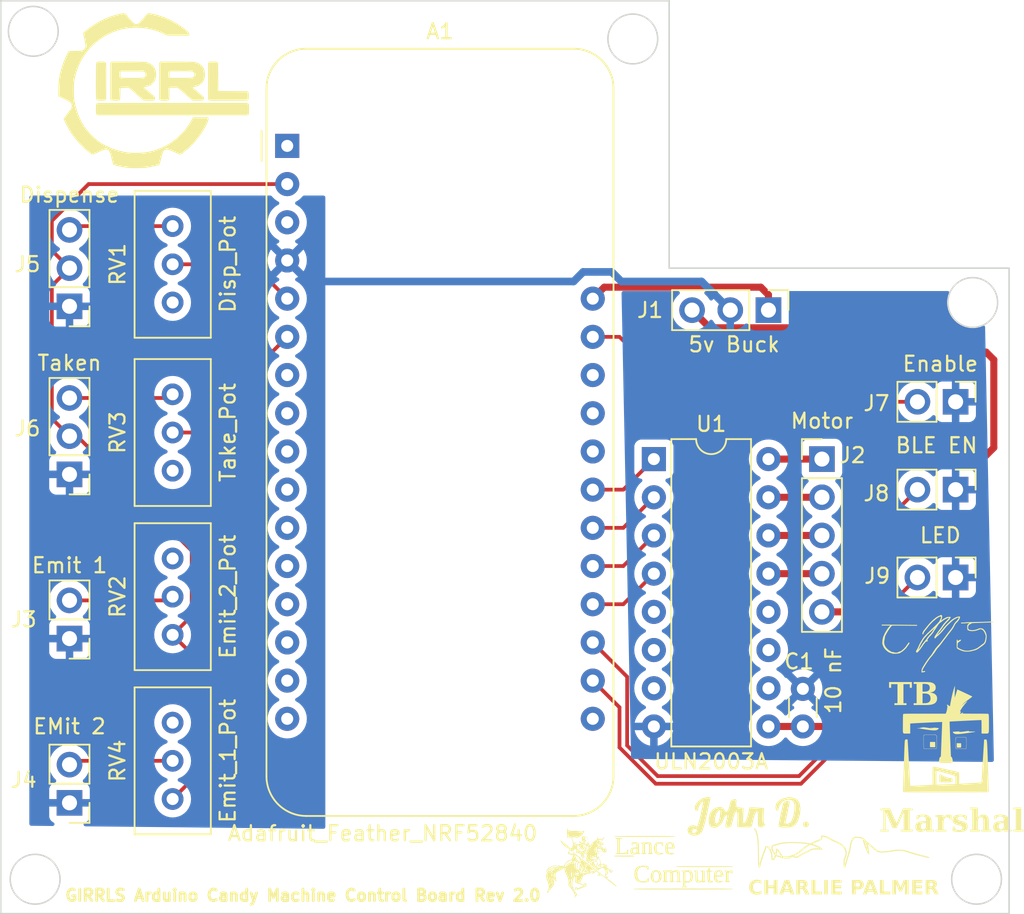
<source format=kicad_pcb>
(kicad_pcb (version 20221018) (generator pcbnew)
  (layers (0 "F.Cu" signal) (31 "B.Cu" signal) (34 "B.Paste" user) (35 "F.Paste" user) (36 "B.SilkS" user "B.Silkscreen") (37 "F.SilkS" user "F.Silkscreen") (38 "B.Mask" user) (39 "F.Mask" user) (44 "Edge.Cuts" user))
  (net 0 "")
  (net 2 "+3V3")
  (net 14 "A0")
  (net 15 "A1")
  (net 16 "D1")
  (net 17 "D9")
  (net 20 "SLC")
  (net 21 "D4")
  (net 22 "Net-(A1-VBAT)")
  (net 24 "Net-(J2-Pin_2)")
  (net 25 "Net-(J2-Pin_3)")
  (net 26 "Net-(J2-Pin_4)")
  (net 27 "Net-(J2-Pin_1)")
  (net 28 "Net-(J3-Pin_2)")
  (net 29 "Net-(J4-Pin_2)")
  (net 30 "Net-(J5-Pin_3)")
  (net 37 "GND")
  (net 38 "Net-(J6-Pin_3)")
  (net 39 "D3")
  (net 40 "D0")
  (net 45 "Net-(J1-Pin_3)")
  (net 47 "Net-(A1-EN)")
  (footprint "Potentiometer_THT:Potentiometer_Bourns_3296W_Vertical" (layer "F.Cu") (at 124.083878 92.975142 90)
    (fp_text reference "RV3" (at -2.54 -3.66 90) (layer "F.SilkS"))
    (fp_text value "Take_Pot" (at -2.54 3.67 90) (layer "F.SilkS"))
    (pad "1" thru_hole circle (at 0 0 90) (size 1.44 1.44) (drill 0.8) (layers "*.Cu" "*.Mask") (net 38 "Net-(J6-Pin_3)"))
    (pad "2" thru_hole circle (at -2.54 0 90) (size 1.44 1.44) (drill 0.8) (layers "*.Cu" "*.Mask") (net 15 "A1"))
    (pad "3" thru_hole circle (at -5.08 0 90) (size 1.44 1.44) (drill 0.8) (layers "*.Cu" "*.Mask"))
  )
  (footprint "Connector_PinHeader_2.54mm:PinHeader_1x02_P2.54mm_Vertical" (layer "F.Cu") (at 117.225878 120.142 180)
    (fp_text reference "J4" (at 3.048 1.524 180) (layer "F.SilkS"))
    (fp_text value "EMit 2" (at 0 5.08 180) (layer "F.SilkS"))
    (pad "1" thru_hole rect (at 0 0 180) (size 1.7 1.7) (drill 1) (layers "*.Cu" "*.Mask") (net 37 "GND"))
    (pad "2" thru_hole oval (at 0 2.54 180) (size 1.7 1.7) (drill 1) (layers "*.Cu" "*.Mask") (net 29 "Net-(J4-Pin_2)"))
  )
  (footprint "Connector_PinHeader_2.54mm:PinHeader_1x02_P2.54mm_Vertical" (layer "F.Cu") (at 176.153878 99.314 -90)
    (fp_text reference "J8" (at 0.254 5.262678) (layer "F.SilkS"))
    (fp_text value "BLE EN" (at -2.943 1.27) (layer "F.SilkS"))
    (pad "1" thru_hole rect (at 0 0 270) (size 1.7 1.7) (drill 1) (layers "*.Cu" "*.Mask") (net 37 "GND"))
    (pad "2" thru_hole oval (at 0 2.54 270) (size 1.7 1.7) (drill 1) (layers "*.Cu" "*.Mask") (net 40 "D0"))
  )
  (footprint "LOGO" (layer "F.Cu") (at 175.514 115.951)
    (fp_text reference "G***" hide)
    (fp_text value "LOGO" hide)
  )
  (footprint "Connector_PinHeader_2.54mm:PinHeader_1x02_P2.54mm_Vertical" (layer "F.Cu") (at 117.225878 109.22 180)
    (fp_text reference "J3" (at 3.048 1.27 180) (layer "F.SilkS"))
    (fp_text value "Emit 1" (at 0 4.87 180) (layer "F.SilkS"))
    (pad "1" thru_hole rect (at 0 0 180) (size 1.7 1.7) (drill 1) (layers "*.Cu" "*.Mask") (net 37 "GND"))
    (pad "2" thru_hole oval (at 0 2.54 180) (size 1.7 1.7) (drill 1) (layers "*.Cu" "*.Mask") (net 28 "Net-(J3-Pin_2)"))
  )
  (footprint "Potentiometer_THT:Potentiometer_Bourns_3296W_Vertical" (layer "F.Cu") (at 124.083878 114.808 90)
    (fp_text reference "RV4" (at -2.54 -3.66 90) (layer "F.SilkS"))
    (fp_text value "Emit_1_Pot" (at -2.54 3.67 90) (layer "F.SilkS"))
    (pad "1" thru_hole circle (at 0 0 90) (size 1.44 1.44) (drill 0.8) (layers "*.Cu" "*.Mask"))
    (pad "2" thru_hole circle (at -2.54 0 90) (size 1.44 1.44) (drill 0.8) (layers "*.Cu" "*.Mask") (net 29 "Net-(J4-Pin_2)"))
    (pad "3" thru_hole circle (at -5.08 0 90) (size 1.44 1.44) (drill 0.8) (layers "*.Cu" "*.Mask") (net 2 "+3V3"))
  )
  (footprint "Connector_PinHeader_2.54mm:PinHeader_1x02_P2.54mm_Vertical" (layer "F.Cu") (at 176.153878 93.472 -90)
    (fp_text reference "J7" (at 0.1016 5.262678) (layer "F.SilkS"))
    (fp_text value "Enable" (at -2.52 1.016) (layer "F.SilkS"))
    (pad "1" thru_hole rect (at 0 0 270) (size 1.7 1.7) (drill 1) (layers "*.Cu" "*.Mask") (net 37 "GND"))
    (pad "2" thru_hole oval (at 0 2.54 270) (size 1.7 1.7) (drill 1) (layers "*.Cu" "*.Mask") (net 47 "Net-(A1-EN)"))
  )
  (footprint "Module:Adafruit_Feather" (layer "F.Cu") (at 131.703878 76.454)
    (fp_text reference "A1" (at 10.16 -7.62) (layer "F.SilkS"))
    (fp_text value "Adafruit_Feather_NRF52840" (at 6.345122 45.72 180) (layer "F.SilkS"))
    (pad "1" thru_hole rect (at 0 0 180) (size 1.6 1.6) (drill 0.8) (layers "*.Cu" "*.Mask"))
    (pad "2" thru_hole circle (at 0 2.54 180) (size 1.6 1.6) (drill 0.8) (layers "*.Cu" "*.Mask") (net 2 "+3V3"))
    (pad "3" thru_hole circle (at 0 5.08 180) (size 1.6 1.6) (drill 0.8) (layers "*.Cu" "*.Mask"))
    (pad "4" thru_hole circle (at 0 7.62 180) (size 1.6 1.6) (drill 0.8) (layers "*.Cu" "*.Mask") (net 37 "GND"))
    (pad "5" thru_hole circle (at 0 10.16 180) (size 1.6 1.6) (drill 0.8) (layers "*.Cu" "*.Mask") (net 14 "A0"))
    (pad "6" thru_hole circle (at 0 12.7 180) (size 1.6 1.6) (drill 0.8) (layers "*.Cu" "*.Mask") (net 15 "A1"))
    (pad "7" thru_hole circle (at 0 15.24 180) (size 1.6 1.6) (drill 0.8) (layers "*.Cu" "*.Mask"))
    (pad "8" thru_hole circle (at 0 17.78 180) (size 1.6 1.6) (drill 0.8) (layers "*.Cu" "*.Mask"))
    (pad "9" thru_hole circle (at 0 20.32 180) (size 1.6 1.6) (drill 0.8) (layers "*.Cu" "*.Mask"))
    (pad "10" thru_hole circle (at 0 22.86 180) (size 1.6 1.6) (drill 0.8) (layers "*.Cu" "*.Mask"))
    (pad "11" thru_hole circle (at 0 25.4 180) (size 1.6 1.6) (drill 0.8) (layers "*.Cu" "*.Mask"))
    (pad "12" thru_hole circle (at 0 27.94 180) (size 1.6 1.6) (drill 0.8) (layers "*.Cu" "*.Mask"))
    (pad "13" thru_hole circle (at 0 30.48 180) (size 1.6 1.6) (drill 0.8) (layers "*.Cu" "*.Mask"))
    (pad "14" thru_hole circle (at 0 33.02 180) (size 1.6 1.6) (drill 0.8) (layers "*.Cu" "*.Mask"))
    (pad "15" thru_hole circle (at 0 35.56 180) (size 1.6 1.6) (drill 0.8) (layers "*.Cu" "*.Mask"))
    (pad "16" thru_hole circle (at 0 38.1 180) (size 1.6 1.6) (drill 0.8) (layers "*.Cu" "*.Mask"))
    (pad "17" thru_hole circle (at 20.32 38.1 180) (size 1.6 1.6) (drill 0.8) (layers "*.Cu" "*.Mask"))
    (pad "18" thru_hole circle (at 20.32 35.56 180) (size 1.6 1.6) (drill 0.8) (layers "*.Cu" "*.Mask") (net 20 "SLC"))
    (pad "19" thru_hole circle (at 20.32 33.02 180) (size 1.6 1.6) (drill 0.8) (layers "*.Cu" "*.Mask") (net 40 "D0"))
    (pad "20" thru_hole circle (at 20.32 30.48 180) (size 1.6 1.6) (drill 0.8) (layers "*.Cu" "*.Mask") (net 16 "D1"))
    (pad "21" thru_hole circle (at 20.32 27.94 180) (size 1.6 1.6) (drill 0.8) (layers "*.Cu" "*.Mask") (net 17 "D9"))
    (pad "22" thru_hole circle (at 20.32 25.4 180) (size 1.6 1.6) (drill 0.8) (layers "*.Cu" "*.Mask") (net 39 "D3"))
    (pad "23" thru_hole circle (at 20.32 22.86 180) (size 1.6 1.6) (drill 0.8) (layers "*.Cu" "*.Mask") (net 21 "D4"))
    (pad "24" thru_hole circle (at 20.32 20.32 180) (size 1.6 1.6) (drill 0.8) (layers "*.Cu" "*.Mask"))
    (pad "25" thru_hole circle (at 20.32 17.78 180) (size 1.6 1.6) (drill 0.8) (layers "*.Cu" "*.Mask"))
    (pad "26" thru_hole circle (at 20.32 15.24 180) (size 1.6 1.6) (drill 0.8) (layers "*.Cu" "*.Mask"))
    (pad "27" thru_hole circle (at 20.32 12.7 180) (size 1.6 1.6) (drill 0.8) (layers "*.Cu" "*.Mask") (net 47 "Net-(A1-EN)"))
    (pad "28" thru_hole circle (at 20.32 10.16 180) (size 1.6 1.6) (drill 0.8) (layers "*.Cu" "*.Mask") (net 22 "Net-(A1-VBAT)"))
  )
  (footprint "LOGO" (layer "F.Cu") (at 122.809 72.771)
    (fp_text reference "G***" hide)
    (fp_text value "LOGO" hide)
  )
  (footprint "LOGO" (layer "F.Cu") (at 168.529 122.936)
    (fp_text reference "G***" hide)
    (fp_text value "LOGO" hide)
  )
  (footprint "Potentiometer_THT:Potentiometer_Bourns_3296W_Vertical" (layer "F.Cu") (at 124.083878 81.788 90)
    (fp_text reference "RV1" (at -2.54 -3.66 90) (layer "F.SilkS"))
    (fp_text value "Disp_Pot" (at -2.54 3.67 90) (layer "F.SilkS"))
    (pad "1" thru_hole circle (at 0 0 90) (size 1.44 1.44) (drill 0.8) (layers "*.Cu" "*.Mask") (net 30 "Net-(J5-Pin_3)"))
    (pad "2" thru_hole circle (at -2.54 0 90) (size 1.44 1.44) (drill 0.8) (layers "*.Cu" "*.Mask") (net 14 "A0"))
    (pad "3" thru_hole circle (at -5.08 0 90) (size 1.44 1.44) (drill 0.8) (layers "*.Cu" "*.Mask"))
  )
  (footprint "Capacitor_THT:C_Disc_D3.0mm_W1.6mm_P2.50mm" (layer "F.Cu") (at 165.993878 115.062 90)
    (fp_text reference "C1" (at 4.318 -0.254 180) (layer "F.SilkS"))
    (fp_text value "10 nF" (at 3.048 2.032 90) (layer "F.SilkS"))
    (pad "1" thru_hole circle (at 0 0 90) (size 1.6 1.6) (drill 0.8) (layers "*.Cu" "*.Mask") (net 45 "Net-(J1-Pin_3)"))
    (pad "2" thru_hole circle (at 2.5 0 90) (size 1.6 1.6) (drill 0.8) (layers "*.Cu" "*.Mask") (net 37 "GND"))
  )
  (footprint "Connector_PinHeader_2.54mm:PinHeader_1x05_P2.54mm_Vertical" (layer "F.Cu") (at 167.263878 97.282)
    (fp_text reference "J2" (at 2.032 -0.254) (layer "F.SilkS"))
    (fp_text value "Motor" (at 0 -2.54) (layer "F.SilkS"))
    (pad "1" thru_hole rect (at 0 0) (size 1.7 1.7) (drill 1) (layers "*.Cu" "*.Mask") (net 27 "Net-(J2-Pin_1)"))
    (pad "2" thru_hole oval (at 0 2.54) (size 1.7 1.7) (drill 1) (layers "*.Cu" "*.Mask") (net 24 "Net-(J2-Pin_2)"))
    (pad "3" thru_hole oval (at 0 5.08) (size 1.7 1.7) (drill 1) (layers "*.Cu" "*.Mask") (net 25 "Net-(J2-Pin_3)"))
    (pad "4" thru_hole oval (at 0 7.62) (size 1.7 1.7) (drill 1) (layers "*.Cu" "*.Mask") (net 26 "Net-(J2-Pin_4)"))
    (pad "5" thru_hole oval (at 0 10.16) (size 1.7 1.7) (drill 1) (layers "*.Cu" "*.Mask") (net 45 "Net-(J1-Pin_3)"))
  )
  (footprint "LOGO" (layer "F.Cu") (at 162.179 121.031)
    (fp_text reference "G***" hide)
    (fp_text value "LOGO" hide)
  )
  (footprint "Package_DIP:DIP-16_W7.62mm" (layer "F.Cu") (at 156.087878 97.282)
    (fp_text reference "U1" (at 3.81 -2.33) (layer "F.SilkS"))
    (fp_text value "ULN2003A" (at 3.81 20.11) (layer "F.SilkS"))
    (pad "1" thru_hole rect (at 0 0) (size 1.6 1.6) (drill 0.8) (layers "*.Cu" "*.Mask") (net 21 "D4"))
    (pad "2" thru_hole oval (at 0 2.54) (size 1.6 1.6) (drill 0.8) (layers "*.Cu" "*.Mask") (net 39 "D3"))
    (pad "3" thru_hole oval (at 0 5.08) (size 1.6 1.6) (drill 0.8) (layers "*.Cu" "*.Mask") (net 17 "D9"))
    (pad "4" thru_hole oval (at 0 7.62) (size 1.6 1.6) (drill 0.8) (layers "*.Cu" "*.Mask") (net 16 "D1"))
    (pad "5" thru_hole oval (at 0 10.16) (size 1.6 1.6) (drill 0.8) (layers "*.Cu" "*.Mask"))
    (pad "6" thru_hole oval (at 0 12.7) (size 1.6 1.6) (drill 0.8) (layers "*.Cu" "*.Mask"))
    (pad "7" thru_hole oval (at 0 15.24) (size 1.6 1.6) (drill 0.8) (layers "*.Cu" "*.Mask"))
    (pad "8" thru_hole oval (at 0 17.78) (size 1.6 1.6) (drill 0.8) (layers "*.Cu" "*.Mask") (net 37 "GND"))
    (pad "9" thru_hole oval (at 7.62 17.78) (size 1.6 1.6) (drill 0.8) (layers "*.Cu" "*.Mask") (net 45 "Net-(J1-Pin_3)"))
    (pad "10" thru_hole oval (at 7.62 15.24) (size 1.6 1.6) (drill 0.8) (layers "*.Cu" "*.Mask"))
    (pad "11" thru_hole oval (at 7.62 12.7) (size 1.6 1.6) (drill 0.8) (layers "*.Cu" "*.Mask"))
    (pad "12" thru_hole oval (at 7.62 10.16) (size 1.6 1.6) (drill 0.8) (layers "*.Cu" "*.Mask"))
    (pad "13" thru_hole oval (at 7.62 7.62) (size 1.6 1.6) (drill 0.8) (layers "*.Cu" "*.Mask") (net 26 "Net-(J2-Pin_4)"))
    (pad "14" thru_hole oval (at 7.62 5.08) (size 1.6 1.6) (drill 0.8) (layers "*.Cu" "*.Mask") (net 25 "Net-(J2-Pin_3)"))
    (pad "15" thru_hole oval (at 7.62 2.54) (size 1.6 1.6) (drill 0.8) (layers "*.Cu" "*.Mask") (net 24 "Net-(J2-Pin_2)"))
    (pad "16" thru_hole oval (at 7.62 0) (size 1.6 1.6) (drill 0.8) (layers "*.Cu" "*.Mask") (net 27 "Net-(J2-Pin_1)"))
  )
  (footprint "Connector_PinHeader_2.54mm:PinHeader_1x03_P2.54mm_Vertical" (layer "F.Cu") (at 117.225878 98.298 180)
    (fp_text reference "J6" (at 2.794 3.048 180) (layer "F.SilkS"))
    (fp_text value "Taken" (at 0 7.41 180) (layer "F.SilkS"))
    (pad "1" thru_hole rect (at 0 0 180) (size 1.7 1.7) (drill 1) (layers "*.Cu" "*.Mask") (net 37 "GND"))
    (pad "2" thru_hole oval (at 0 2.54 180) (size 1.7 1.7) (drill 1) (layers "*.Cu" "*.Mask") (net 2 "+3V3"))
    (pad "3" thru_hole oval (at 0 5.08 180) (size 1.7 1.7) (drill 1) (layers "*.Cu" "*.Mask") (net 38 "Net-(J6-Pin_3)"))
  )
  (footprint "Connector_PinHeader_2.54mm:PinHeader_1x03_P2.54mm_Vertical" (layer "F.Cu") (at 163.707878 87.376 -90)
    (fp_text reference "J1" (at 0 7.874) (layer "F.SilkS"))
    (fp_text value "5v Buck" (at 2.286 2.286) (layer "F.SilkS"))
    (pad "1" thru_hole rect (at 0 0 270) (size 1.7 1.7) (drill 1) (layers "*.Cu" "*.Mask") (net 22 "Net-(A1-VBAT)"))
    (pad "2" thru_hole oval (at 0 2.54 270) (size 1.7 1.7) (drill 1) (layers "*.Cu" "*.Mask") (net 37 "GND"))
    (pad "3" thru_hole oval (at 0 5.08 270) (size 1.7 1.7) (drill 1) (layers "*.Cu" "*.Mask") (net 45 "Net-(J1-Pin_3)"))
  )
  (footprint "LOGO" (layer "F.Cu") (at 175.26 109.728)
    (fp_text reference "G***" hide)
    (fp_text value "LOGO" hide)
  )
  (footprint "LOGO" (layer "F.Cu") (at 155.194 124.206)
    (fp_text reference "G***" hide)
    (fp_text value "LOGO" hide)
  )
  (footprint "Connector_PinHeader_2.54mm:PinHeader_1x03_P2.54mm_Vertical" (layer "F.Cu") (at 117.225878 87.122 180)
    (fp_text reference "J5" (at 2.794 2.794 180) (layer "F.SilkS"))
    (fp_text value "Dispense" (at 0 7.41 180) (layer "F.SilkS"))
    (pad "1" thru_hole rect (at 0 0 180) (size 1.7 1.7) (drill 1) (layers "*.Cu" "*.Mask") (net 37 "GND"))
    (pad "2" thru_hole oval (at 0 2.54 180) (size 1.7 1.7) (drill 1) (layers "*.Cu" "*.Mask") (net 2 "+3V3"))
    (pad "3" thru_hole oval (at 0 5.08 180) (size 1.7 1.7) (drill 1) (layers "*.Cu" "*.Mask") (net 30 "Net-(J5-Pin_3)"))
  )
  (footprint "Connector_PinHeader_2.54mm:PinHeader_1x02_P2.54mm_Vertical" (layer "F.Cu") (at 176.153878 105.156 -90)
    (fp_text reference "J9" (at -0.1016 5.211878) (layer "F.SilkS"))
    (fp_text value "LED" (at -2.799 1.016) (layer "F.SilkS"))
    (pad "1" thru_hole rect (at 0 0 270) (size 1.7 1.7) (drill 1) (layers "*.Cu" "*.Mask") (net 37 "GND"))
    (pad "2" thru_hole oval (at 0 2.54 270) (size 1.7 1.7) (drill 1) (layers "*.Cu" "*.Mask") (net 20 "SLC"))
  )
  (footprint "Potentiometer_THT:Potentiometer_Bourns_3296W_Vertical" (layer "F.Cu") (at 124.083878 103.89157 90)
    (fp_text reference "RV2" (at -2.54 -3.66 90) (layer "F.SilkS"))
    (fp_text value "Emit_2_Pot" (at -2.54 3.67 90) (layer "F.SilkS"))
    (pad "1" thru_hole circle (at 0 0 90) (size 1.44 1.44) (drill 0.8) (layers "*.Cu" "*.Mask"))
    (pad "2" thru_hole circle (at -2.54 0 90) (size 1.44 1.44) (drill 0.8) (layers "*.Cu" "*.Mask") (net 28 "Net-(J3-Pin_2)"))
    (pad "3" thru_hole circle (at -5.08 0 90) (size 1.44 1.44) (drill 0.8) (layers "*.Cu" "*.Mask") (net 2 "+3V3"))
  )
  (gr_line (start 157.103878 84.582) (end 179.709878 84.582) (stroke (width 0.1)) (layer "Edge.Cuts"))
  (gr_line (start 112.653878 66.802) (end 157.103878 66.802) (stroke (width 0.1)) (layer "Edge.Cuts"))
  (gr_line (start 112.653878 127.508) (end 112.653878 66.802) (stroke (width 0.1)) (layer "Edge.Cuts"))
  (gr_line (start 179.709878 84.582) (end 179.709878 127.508) (stroke (width 0.1)) (layer "Edge.Cuts"))
  (gr_line (start 179.709878 127.508) (end 112.653878 127.508) (stroke (width 0.1)) (layer "Edge.Cuts"))
  (gr_circle (center 177.292 86.868) (end 178.947878 86.868) (stroke (width 0.1)) (fill none) (layer "Edge.Cuts"))
  (gr_line (start 157.103878 66.802) (end 157.103878 84.582) (stroke (width 0.1)) (layer "Edge.Cuts"))
  (gr_circle (center 114.817756 68.834) (end 116.473634 68.834) (stroke (width 0.1)) (fill none) (layer "Edge.Cuts"))
  (gr_circle (center 177.546 125.222) (end 179.201878 125.222) (stroke (width 0.1)) (fill none) (layer "Edge.Cuts"))
  (gr_circle (center 114.939878 125.222) (end 116.595756 125.222) (stroke (width 0.1)) (fill none) (layer "Edge.Cuts"))
  (gr_circle (center 154.686 69.342) (end 156.341878 69.342) (stroke (width 0.1)) (fill none) (layer "Edge.Cuts"))
  (gr_text "CHARLIE PALMER" (at 162.3568 126.3904) (layer "F.SilkS") (effects (font (size 0.9398 0.9398) (thickness 0.127) bold) (justify left bottom)))
  (gr_text "Marshal" (at 171.069 122.301) (layer "F.SilkS") (effects (font (size 1.5 1.5) (thickness 0.3) bold) (justify left bottom)))
  (gr_text "TB" (at 171.704 113.8936) (layer "F.SilkS") (effects (font (size 1.5 1.5) (thickness 0.3) bold) (justify left bottom)))
  (gr_text "GIRRLS Arduino Candy Machine Control Board Rev 2.0" (at 116.84 126.746) (layer "F.SilkS") (effects (font (size 0.762 0.762) (thickness 0.1905) bold) (justify left bottom)))
  (segment (start 125.353878 103.378) (end 125.353878 107.70157) (width 0.25) (layer "F.Cu") (net 2))
  (segment (start 116.050878 85.757) (end 117.225878 84.582) (width 0.25) (layer "F.Cu") (net 2))
  (segment (start 117.225878 84.582) (end 116.050878 83.407) (width 0.25) (layer "F.Cu") (net 2))
  (segment (start 125.353878 107.70157) (end 124.083878 108.97157) (width 0.25) (layer "F.Cu") (net 2))
  (segment (start 124.083878 119.888) (end 125.607878 118.364) (width 0.25) (layer "F.Cu") (net 2))
  (segment (start 116.050878 94.583) (end 116.050878 85.757) (width 0.25) (layer "F.Cu") (net 2))
  (segment (start 117.225878 95.758) (end 117.733878 95.758) (width 0.25) (layer "F.Cu") (net 2))
  (segment (start 117.733878 95.758) (end 125.353878 103.378) (width 0.25) (layer "F.Cu") (net 2))
  (segment (start 125.607878 118.364) (end 125.607878 110.49557) (width 0.25) (layer "F.Cu") (net 2))
  (segment (start 116.050878 83.407) (end 116.050878 81.439) (width 0.25) (layer "F.Cu") (net 2))
  (segment (start 118.495878 78.994) (end 131.703878 78.994) (width 0.25) (layer "F.Cu") (net 2))
  (segment (start 125.607878 110.49557) (end 124.083878 108.97157) (width 0.25) (layer "F.Cu") (net 2))
  (segment (start 116.050878 81.439) (end 118.495878 78.994) (width 0.25) (layer "F.Cu") (net 2))
  (segment (start 117.225878 95.758) (end 116.050878 94.583) (width 0.25) (layer "F.Cu") (net 2))
  (segment (start 129.417878 84.328) (end 131.703878 86.614) (width 0.25) (layer "F.Cu") (net 14))
  (segment (start 124.083878 84.328) (end 129.417878 84.328) (width 0.25) (layer "F.Cu") (net 14))
  (segment (start 125.342736 95.515142) (end 131.703878 89.154) (width 0.25) (layer "F.Cu") (net 15))
  (segment (start 124.083878 95.515142) (end 125.342736 95.515142) (width 0.25) (layer "F.Cu") (net 15))
  (segment (start 152.023878 106.934) (end 154.055878 106.934) (width 0.25) (layer "F.Cu") (net 16))
  (segment (start 154.055878 106.934) (end 156.087878 104.902) (width 0.25) (layer "F.Cu") (net 16))
  (segment (start 152.023878 104.394) (end 154.055878 104.394) (width 0.25) (layer "F.Cu") (net 17))
  (segment (start 154.055878 104.394) (end 156.087878 102.362) (width 0.25) (layer "F.Cu") (net 17))
  (segment (start 170.761878 108.008) (end 173.613878 105.156) (width 0.25) (layer "F.Cu") (net 20))
  (segment (start 165.868274 118.872) (end 170.761878 113.978396) (width 0.25) (layer "F.Cu") (net 20))
  (segment (start 152.023878 112.014) (end 153.801878 113.792) (width 0.25) (layer "F.Cu") (net 20))
  (segment (start 153.801878 113.792) (end 153.801878 116.460396) (width 0.25) (layer "F.Cu") (net 20))
  (segment (start 156.213482 118.872) (end 165.868274 118.872) (width 0.25) (layer "F.Cu") (net 20))
  (segment (start 170.761878 113.978396) (end 170.761878 108.008) (width 0.25) (layer "F.Cu") (net 20))
  (segment (start 153.801878 116.460396) (end 156.213482 118.872) (width 0.25) (layer "F.Cu") (net 20))
  (segment (start 152.023878 99.314) (end 154.055878 99.314) (width 0.25) (layer "F.Cu") (net 21))
  (segment (start 154.055878 99.314) (end 156.087878 97.282) (width 0.25) (layer "F.Cu") (net 21))
  (segment (start 163.707878 86.36) (end 163.199878 85.852) (width 0.4699) (layer "F.Cu") (net 22))
  (segment (start 163.707878 87.376) (end 163.707878 86.36) (width 0.4699) (layer "F.Cu") (net 22))
  (segment (start 163.199878 85.852) (end 152.785878 85.852) (width 0.4699) (layer "F.Cu") (net 22))
  (segment (start 152.785878 85.852) (end 152.023878 86.614) (width 0.4699) (layer "F.Cu") (net 22))
  (segment (start 163.707878 99.822) (end 167.263878 99.822) (width 0.4699) (layer "F.Cu") (net 24))
  (segment (start 163.707878 102.362) (end 167.263878 102.362) (width 0.4699) (layer "F.Cu") (net 25))
  (segment (start 163.707878 104.902) (end 167.263878 104.902) (width 0.4699) (layer "F.Cu") (net 26))
  (segment (start 163.707878 97.282) (end 167.263878 97.282) (width 0.4699) (layer "F.Cu") (net 27))
  (segment (start 117.225878 106.68) (end 123.835448 106.68) (width 0.25) (layer "F.Cu") (net 28))
  (segment (start 123.835448 106.68) (end 124.083878 106.43157) (width 0.25) (layer "F.Cu") (net 28))
  (segment (start 124.083878 117.348) (end 117.479878 117.348) (width 0.25) (layer "F.Cu") (net 29))
  (segment (start 117.479878 117.348) (end 117.225878 117.602) (width 0.25) (layer "F.Cu") (net 29))
  (segment (start 124.083878 81.788) (end 117.479878 81.788) (width 0.25) (layer "F.Cu") (net 30))
  (segment (start 117.479878 81.788) (end 117.225878 82.042) (width 0.25) (layer "F.Cu") (net 30))
  (segment (start 161.167878 87.376) (end 159.262878 85.471) (width 0.508) (layer "B.Cu") (net 37))
  (segment (start 159.262878 85.471) (end 153.924 85.471) (width 0.508) (layer "B.Cu") (net 37))
  (segment (start 133.100878 85.471) (end 131.703878 84.074) (width 0.508) (layer "B.Cu") (net 37))
  (segment (start 153.289 84.836) (end 151.384 84.836) (width 0.508) (layer "B.Cu") (net 37))
  (segment (start 150.749 85.471) (end 133.100878 85.471) (width 0.508) (layer "B.Cu") (net 37))
  (segment (start 151.384 84.836) (end 150.749 85.471) (width 0.508) (layer "B.Cu") (net 37))
  (segment (start 153.924 85.471) (end 153.289 84.836) (width 0.508) (layer "B.Cu") (net 37))
  (segment (start 117.225878 93.218) (end 123.84102 93.218) (width 0.25) (layer "F.Cu") (net 38))
  (segment (start 123.84102 93.218) (end 124.083878 92.975142) (width 0.25) (layer "F.Cu") (net 38))
  (segment (start 152.023878 101.854) (end 154.055878 101.854) (width 0.25) (layer "F.Cu") (net 39))
  (segment (start 154.055878 101.854) (end 156.087878 99.822) (width 0.25) (layer "F.Cu") (net 39))
  (segment (start 165.739878 118.364) (end 156.341878 118.364) (width 0.25) (layer "F.Cu") (net 40))
  (segment (start 154.309878 111.76) (end 152.023878 109.474) (width 0.25) (layer "F.Cu") (net 40))
  (segment (start 154.309878 116.332) (end 154.309878 111.76) (width 0.25) (layer "F.Cu") (net 40))
  (segment (start 173.613878 99.314) (end 170.311878 102.616) (width 0.25) (layer "F.Cu") (net 40))
  (segment (start 156.341878 118.364) (end 154.309878 116.332) (width 0.25) (layer "F.Cu") (net 40))
  (segment (start 170.311878 102.616) (end 170.311878 113.792) (width 0.25) (layer "F.Cu") (net 40))
  (segment (start 170.311878 113.792) (end 165.739878 118.364) (width 0.25) (layer "F.Cu") (net 40))
  (segment (start 178.185878 97.028) (end 172.089878 97.028) (width 0.4699) (layer "F.Cu") (net 45))
  (segment (start 178.693878 96.52) (end 178.185878 97.028) (width 0.4699) (layer "F.Cu") (net 45))
  (segment (start 169.549878 113.663604) (end 168.151482 115.062) (width 0.4699) (layer "F.Cu") (net 45))
  (segment (start 167.263878 107.442) (end 169.092678 107.442) (width 0.4699) (layer "F.Cu") (net 45))
  (segment (start 168.151482 115.062) (end 165.993878 115.062) (width 0.4699) (layer "F.Cu") (net 45))
  (segment (start 172.089878 97.028) (end 169.549878 99.568) (width 0.4699) (layer "F.Cu") (net 45))
  (segment (start 169.549878 107.8992) (end 169.549878 113.663604) (width 0.4699) (layer "F.Cu") (net 45))
  (segment (start 169.092678 107.442) (end 169.549878 107.8992) (width 0.4699) (layer "F.Cu") (net 45))
  (segment (start 166.890878 88.551) (end 168.509878 90.17) (width 0.4699) (layer "F.Cu") (net 45))
  (segment (start 178.185878 90.17) (end 178.693878 90.678) (width 0.4699) (layer "F.Cu") (net 45))
  (segment (start 163.707878 115.062) (end 165.993878 115.062) (width 0.4699) (layer "F.Cu") (net 45))
  (segment (start 158.627878 87.376) (end 159.802878 88.551) (width 0.4699) (layer "F.Cu") (net 45))
  (segment (start 159.802878 88.551) (end 166.890878 88.551) (width 0.4699) (layer "F.Cu") (net 45))
  (segment (start 168.509878 90.17) (end 178.185878 90.17) (width 0.4699) (layer "F.Cu") (net 45))
  (segment (start 178.693878 90.678) (end 178.693878 96.52) (width 0.4699) (layer "F.Cu") (net 45))
  (segment (start 169.549878 99.568) (end 169.549878 107.8992) (width 0.4699) (layer "F.Cu") (net 45))
  (segment (start 158.119878 93.472) (end 153.801878 89.154) (width 0.25) (layer "F.Cu") (net 47))
  (segment (start 173.613878 93.472) (end 158.119878 93.472) (width 0.25) (layer "F.Cu") (net 47))
  (segment (start 153.801878 89.154) (end 152.023878 89.154) (width 0.25) (layer "F.Cu") (net 47))
  (zone (net 37) (net_name "GND") (layer "B.Cu") (connect_pads (clearance 0.5)) (min_thickness 0.25) (fill yes (thermal_gap 0.5) (thermal_bridge_width 0.5))
    (polygon (pts (xy 134.239 79.756) (xy 114.554 79.756) (xy 114.554 121.666) (xy 134.239 121.8692)))
  )
  (zone (net 37) (net_name "GND") (layer "B.Cu") (connect_pads (clearance 0.5)) (min_thickness 0.25) (fill yes (thermal_gap 0.5) (thermal_bridge_width 0.5))
    (polygon (pts (xy 178.065549 86.106) (xy 153.935549 86.106) (xy 154.570549 117.221) (xy 178.700549 117.4242)))
  )
)
</source>
